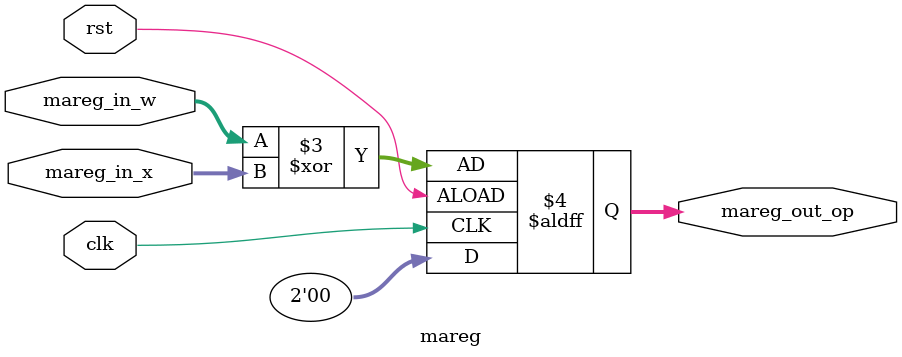
<source format=v>

module mareg (clk, rst, //mareg_in, (mem_data), 
                    mareg_in_x, mareg_in_w,
					//reg_out_a,
					mareg_out_op);
    
	//intput 1bit x and 1bit w.
    parameter mareg_input_width = 4;
    input               			clk, rst;
    input wire [mareg_input_width/2-1:0]  	mareg_in_x, mareg_in_w ;
    output reg [mareg_input_width/2-1:0]    mareg_out_op ;
    //wire							mareg_in_x, mareg_in_w;
    //reg 							mareg_x, mareg_w;

    //assign mareg_in_x = mareg_in_x[mareg_input_width/2-1:0];
	//assign mareg_in_w = mareg_in_w[mareg_input_width/2-1:0];

    always @(posedge clk or posedge rst)
    begin
        if (rst == 0) 
            begin
                mareg_out_op <= 0;
            end 
        else 
            begin
                //mareg_x <= mareg_in_x;
    	        //mareg_w <= mareg_in_w;
    	        mareg_out_op <= mareg_in_w ^ mareg_in_x;
            end
    end

    //intput 2bit x or 2bit w.
 //    parameter input_width = 2;	
 //    input               			clk;
 //    input wire [input_width-1:0]  	mareg_in ;
 //    output reg             			mareg_out_op ;
 //    wire							mareg_in_x, mareg_in_w;
 //    reg 							mareg_x, mareg_w;

 //    assign mareg_in_x = mareg_in[input_width-1:input_width/2];
	// assign mareg_in_w = mareg_in[input_width/2-1:0];

 //    always @(posedge clk)
 //    begin
 //    	mareg_x <= mareg_in_x;
 //    	mareg_w <= mareg_in_w;
 //    	mareg_out_op <= mareg_w ^ mareg_x;
 //    end
endmodule
</source>
